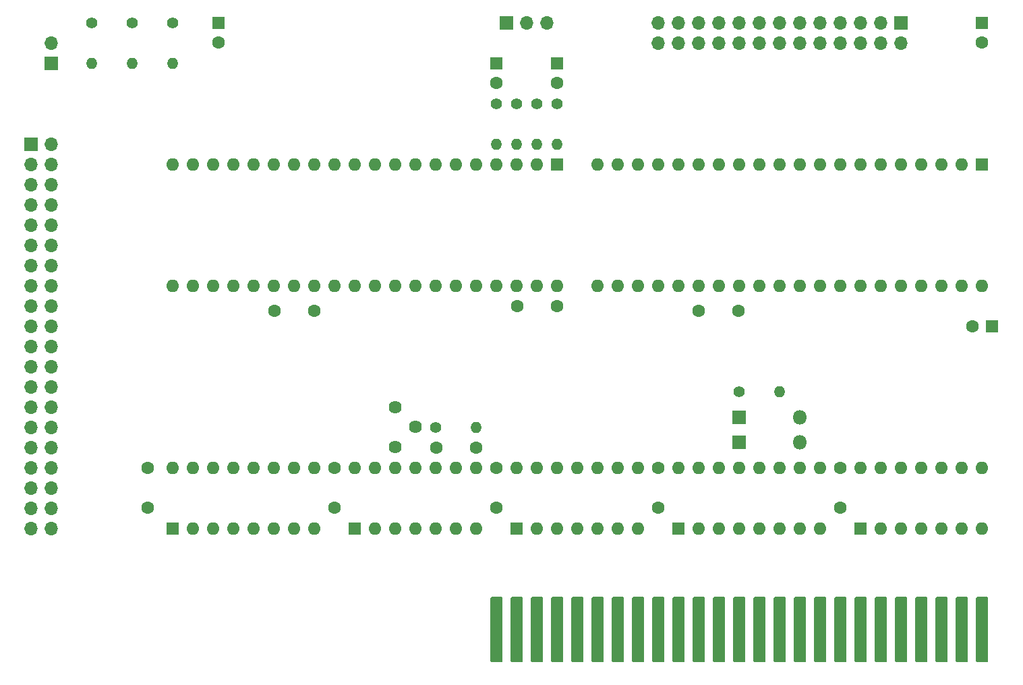
<source format=gbr>
%TF.GenerationSoftware,KiCad,Pcbnew,(5.1.12)-1*%
%TF.CreationDate,2025-05-01T22:50:32-05:00*%
%TF.ProjectId,apple_ay_8255,6170706c-655f-4617-995f-383235352e6b,rev?*%
%TF.SameCoordinates,Original*%
%TF.FileFunction,Soldermask,Bot*%
%TF.FilePolarity,Negative*%
%FSLAX46Y46*%
G04 Gerber Fmt 4.6, Leading zero omitted, Abs format (unit mm)*
G04 Created by KiCad (PCBNEW (5.1.12)-1) date 2025-05-01 22:50:32*
%MOMM*%
%LPD*%
G01*
G04 APERTURE LIST*
%ADD10C,1.600000*%
%ADD11R,1.600000X1.600000*%
%ADD12O,1.400000X1.400000*%
%ADD13C,1.400000*%
%ADD14O,1.700000X1.700000*%
%ADD15R,1.700000X1.700000*%
%ADD16C,1.620000*%
%ADD17O,1.800000X1.800000*%
%ADD18R,1.800000X1.800000*%
%ADD19O,1.600000X1.600000*%
G04 APERTURE END LIST*
D10*
%TO.C,C14*%
X135255000Y-73620000D03*
D11*
X135255000Y-71120000D03*
%TD*%
D10*
%TO.C,C13*%
X231140000Y-73620000D03*
D11*
X231140000Y-71120000D03*
%TD*%
D10*
%TO.C,C12*%
X229910000Y-109220000D03*
D11*
X232410000Y-109220000D03*
%TD*%
D10*
%TO.C,C11*%
X170180000Y-132000000D03*
X170180000Y-127000000D03*
%TD*%
%TO.C,C10*%
X172800000Y-106680000D03*
X177800000Y-106680000D03*
%TD*%
%TO.C,C9*%
X190500000Y-132000000D03*
X190500000Y-127000000D03*
%TD*%
%TO.C,C8*%
X149860000Y-132000000D03*
X149860000Y-127000000D03*
%TD*%
%TO.C,C7*%
X213360000Y-132000000D03*
X213360000Y-127000000D03*
%TD*%
%TO.C,C6*%
X126365000Y-132000000D03*
X126365000Y-127000000D03*
%TD*%
%TO.C,C5*%
X200580000Y-107315000D03*
X195580000Y-107315000D03*
%TD*%
%TO.C,C4*%
X142320000Y-107315000D03*
X147320000Y-107315000D03*
%TD*%
D12*
%TO.C,R9*%
X177800000Y-86360000D03*
D13*
X177800000Y-81280000D03*
%TD*%
D12*
%TO.C,R8*%
X175260000Y-86360000D03*
D13*
X175260000Y-81280000D03*
%TD*%
D12*
%TO.C,R7*%
X172720000Y-86360000D03*
D13*
X172720000Y-81280000D03*
%TD*%
D12*
%TO.C,R6*%
X170180000Y-86360000D03*
D13*
X170180000Y-81280000D03*
%TD*%
D14*
%TO.C,J4*%
X176530000Y-71120000D03*
X173990000Y-71120000D03*
D15*
X171450000Y-71120000D03*
%TD*%
D10*
%TO.C,C3*%
X177800000Y-78700000D03*
D11*
X177800000Y-76200000D03*
%TD*%
D10*
%TO.C,C2*%
X170180000Y-78700000D03*
D11*
X170180000Y-76200000D03*
%TD*%
D10*
%TO.C,C1*%
X162640000Y-124460000D03*
X167640000Y-124460000D03*
%TD*%
%TO.C,J2*%
G36*
G01*
X170916600Y-143320000D02*
X170916600Y-151320000D01*
G75*
G02*
X170815000Y-151421600I-101600J0D01*
G01*
X169545000Y-151421600D01*
G75*
G02*
X169443400Y-151320000I0J101600D01*
G01*
X169443400Y-143320000D01*
G75*
G02*
X169545000Y-143218400I101600J0D01*
G01*
X170815000Y-143218400D01*
G75*
G02*
X170916600Y-143320000I0J-101600D01*
G01*
G37*
G36*
G01*
X173456600Y-143320000D02*
X173456600Y-151320000D01*
G75*
G02*
X173355000Y-151421600I-101600J0D01*
G01*
X172085000Y-151421600D01*
G75*
G02*
X171983400Y-151320000I0J101600D01*
G01*
X171983400Y-143320000D01*
G75*
G02*
X172085000Y-143218400I101600J0D01*
G01*
X173355000Y-143218400D01*
G75*
G02*
X173456600Y-143320000I0J-101600D01*
G01*
G37*
G36*
G01*
X175996600Y-143320000D02*
X175996600Y-151320000D01*
G75*
G02*
X175895000Y-151421600I-101600J0D01*
G01*
X174625000Y-151421600D01*
G75*
G02*
X174523400Y-151320000I0J101600D01*
G01*
X174523400Y-143320000D01*
G75*
G02*
X174625000Y-143218400I101600J0D01*
G01*
X175895000Y-143218400D01*
G75*
G02*
X175996600Y-143320000I0J-101600D01*
G01*
G37*
G36*
G01*
X178536600Y-143320000D02*
X178536600Y-151320000D01*
G75*
G02*
X178435000Y-151421600I-101600J0D01*
G01*
X177165000Y-151421600D01*
G75*
G02*
X177063400Y-151320000I0J101600D01*
G01*
X177063400Y-143320000D01*
G75*
G02*
X177165000Y-143218400I101600J0D01*
G01*
X178435000Y-143218400D01*
G75*
G02*
X178536600Y-143320000I0J-101600D01*
G01*
G37*
G36*
G01*
X181076600Y-143320000D02*
X181076600Y-151320000D01*
G75*
G02*
X180975000Y-151421600I-101600J0D01*
G01*
X179705000Y-151421600D01*
G75*
G02*
X179603400Y-151320000I0J101600D01*
G01*
X179603400Y-143320000D01*
G75*
G02*
X179705000Y-143218400I101600J0D01*
G01*
X180975000Y-143218400D01*
G75*
G02*
X181076600Y-143320000I0J-101600D01*
G01*
G37*
G36*
G01*
X183616600Y-143320000D02*
X183616600Y-151320000D01*
G75*
G02*
X183515000Y-151421600I-101600J0D01*
G01*
X182245000Y-151421600D01*
G75*
G02*
X182143400Y-151320000I0J101600D01*
G01*
X182143400Y-143320000D01*
G75*
G02*
X182245000Y-143218400I101600J0D01*
G01*
X183515000Y-143218400D01*
G75*
G02*
X183616600Y-143320000I0J-101600D01*
G01*
G37*
G36*
G01*
X186156600Y-143320000D02*
X186156600Y-151320000D01*
G75*
G02*
X186055000Y-151421600I-101600J0D01*
G01*
X184785000Y-151421600D01*
G75*
G02*
X184683400Y-151320000I0J101600D01*
G01*
X184683400Y-143320000D01*
G75*
G02*
X184785000Y-143218400I101600J0D01*
G01*
X186055000Y-143218400D01*
G75*
G02*
X186156600Y-143320000I0J-101600D01*
G01*
G37*
G36*
G01*
X188696600Y-143320000D02*
X188696600Y-151320000D01*
G75*
G02*
X188595000Y-151421600I-101600J0D01*
G01*
X187325000Y-151421600D01*
G75*
G02*
X187223400Y-151320000I0J101600D01*
G01*
X187223400Y-143320000D01*
G75*
G02*
X187325000Y-143218400I101600J0D01*
G01*
X188595000Y-143218400D01*
G75*
G02*
X188696600Y-143320000I0J-101600D01*
G01*
G37*
G36*
G01*
X191236600Y-143320000D02*
X191236600Y-151320000D01*
G75*
G02*
X191135000Y-151421600I-101600J0D01*
G01*
X189865000Y-151421600D01*
G75*
G02*
X189763400Y-151320000I0J101600D01*
G01*
X189763400Y-143320000D01*
G75*
G02*
X189865000Y-143218400I101600J0D01*
G01*
X191135000Y-143218400D01*
G75*
G02*
X191236600Y-143320000I0J-101600D01*
G01*
G37*
G36*
G01*
X193776600Y-143320000D02*
X193776600Y-151320000D01*
G75*
G02*
X193675000Y-151421600I-101600J0D01*
G01*
X192405000Y-151421600D01*
G75*
G02*
X192303400Y-151320000I0J101600D01*
G01*
X192303400Y-143320000D01*
G75*
G02*
X192405000Y-143218400I101600J0D01*
G01*
X193675000Y-143218400D01*
G75*
G02*
X193776600Y-143320000I0J-101600D01*
G01*
G37*
G36*
G01*
X196316600Y-143320000D02*
X196316600Y-151320000D01*
G75*
G02*
X196215000Y-151421600I-101600J0D01*
G01*
X194945000Y-151421600D01*
G75*
G02*
X194843400Y-151320000I0J101600D01*
G01*
X194843400Y-143320000D01*
G75*
G02*
X194945000Y-143218400I101600J0D01*
G01*
X196215000Y-143218400D01*
G75*
G02*
X196316600Y-143320000I0J-101600D01*
G01*
G37*
G36*
G01*
X198856600Y-143320000D02*
X198856600Y-151320000D01*
G75*
G02*
X198755000Y-151421600I-101600J0D01*
G01*
X197485000Y-151421600D01*
G75*
G02*
X197383400Y-151320000I0J101600D01*
G01*
X197383400Y-143320000D01*
G75*
G02*
X197485000Y-143218400I101600J0D01*
G01*
X198755000Y-143218400D01*
G75*
G02*
X198856600Y-143320000I0J-101600D01*
G01*
G37*
G36*
G01*
X201396600Y-143320000D02*
X201396600Y-151320000D01*
G75*
G02*
X201295000Y-151421600I-101600J0D01*
G01*
X200025000Y-151421600D01*
G75*
G02*
X199923400Y-151320000I0J101600D01*
G01*
X199923400Y-143320000D01*
G75*
G02*
X200025000Y-143218400I101600J0D01*
G01*
X201295000Y-143218400D01*
G75*
G02*
X201396600Y-143320000I0J-101600D01*
G01*
G37*
G36*
G01*
X203936600Y-143320000D02*
X203936600Y-151320000D01*
G75*
G02*
X203835000Y-151421600I-101600J0D01*
G01*
X202565000Y-151421600D01*
G75*
G02*
X202463400Y-151320000I0J101600D01*
G01*
X202463400Y-143320000D01*
G75*
G02*
X202565000Y-143218400I101600J0D01*
G01*
X203835000Y-143218400D01*
G75*
G02*
X203936600Y-143320000I0J-101600D01*
G01*
G37*
G36*
G01*
X206476600Y-143320000D02*
X206476600Y-151320000D01*
G75*
G02*
X206375000Y-151421600I-101600J0D01*
G01*
X205105000Y-151421600D01*
G75*
G02*
X205003400Y-151320000I0J101600D01*
G01*
X205003400Y-143320000D01*
G75*
G02*
X205105000Y-143218400I101600J0D01*
G01*
X206375000Y-143218400D01*
G75*
G02*
X206476600Y-143320000I0J-101600D01*
G01*
G37*
G36*
G01*
X209016600Y-143320000D02*
X209016600Y-151320000D01*
G75*
G02*
X208915000Y-151421600I-101600J0D01*
G01*
X207645000Y-151421600D01*
G75*
G02*
X207543400Y-151320000I0J101600D01*
G01*
X207543400Y-143320000D01*
G75*
G02*
X207645000Y-143218400I101600J0D01*
G01*
X208915000Y-143218400D01*
G75*
G02*
X209016600Y-143320000I0J-101600D01*
G01*
G37*
G36*
G01*
X211556600Y-143320000D02*
X211556600Y-151320000D01*
G75*
G02*
X211455000Y-151421600I-101600J0D01*
G01*
X210185000Y-151421600D01*
G75*
G02*
X210083400Y-151320000I0J101600D01*
G01*
X210083400Y-143320000D01*
G75*
G02*
X210185000Y-143218400I101600J0D01*
G01*
X211455000Y-143218400D01*
G75*
G02*
X211556600Y-143320000I0J-101600D01*
G01*
G37*
G36*
G01*
X214096600Y-143320000D02*
X214096600Y-151320000D01*
G75*
G02*
X213995000Y-151421600I-101600J0D01*
G01*
X212725000Y-151421600D01*
G75*
G02*
X212623400Y-151320000I0J101600D01*
G01*
X212623400Y-143320000D01*
G75*
G02*
X212725000Y-143218400I101600J0D01*
G01*
X213995000Y-143218400D01*
G75*
G02*
X214096600Y-143320000I0J-101600D01*
G01*
G37*
G36*
G01*
X216636600Y-143320000D02*
X216636600Y-151320000D01*
G75*
G02*
X216535000Y-151421600I-101600J0D01*
G01*
X215265000Y-151421600D01*
G75*
G02*
X215163400Y-151320000I0J101600D01*
G01*
X215163400Y-143320000D01*
G75*
G02*
X215265000Y-143218400I101600J0D01*
G01*
X216535000Y-143218400D01*
G75*
G02*
X216636600Y-143320000I0J-101600D01*
G01*
G37*
G36*
G01*
X219176600Y-143320000D02*
X219176600Y-151320000D01*
G75*
G02*
X219075000Y-151421600I-101600J0D01*
G01*
X217805000Y-151421600D01*
G75*
G02*
X217703400Y-151320000I0J101600D01*
G01*
X217703400Y-143320000D01*
G75*
G02*
X217805000Y-143218400I101600J0D01*
G01*
X219075000Y-143218400D01*
G75*
G02*
X219176600Y-143320000I0J-101600D01*
G01*
G37*
G36*
G01*
X221716600Y-143320000D02*
X221716600Y-151320000D01*
G75*
G02*
X221615000Y-151421600I-101600J0D01*
G01*
X220345000Y-151421600D01*
G75*
G02*
X220243400Y-151320000I0J101600D01*
G01*
X220243400Y-143320000D01*
G75*
G02*
X220345000Y-143218400I101600J0D01*
G01*
X221615000Y-143218400D01*
G75*
G02*
X221716600Y-143320000I0J-101600D01*
G01*
G37*
G36*
G01*
X224256600Y-143320000D02*
X224256600Y-151320000D01*
G75*
G02*
X224155000Y-151421600I-101600J0D01*
G01*
X222885000Y-151421600D01*
G75*
G02*
X222783400Y-151320000I0J101600D01*
G01*
X222783400Y-143320000D01*
G75*
G02*
X222885000Y-143218400I101600J0D01*
G01*
X224155000Y-143218400D01*
G75*
G02*
X224256600Y-143320000I0J-101600D01*
G01*
G37*
G36*
G01*
X226796600Y-143320000D02*
X226796600Y-151320000D01*
G75*
G02*
X226695000Y-151421600I-101600J0D01*
G01*
X225425000Y-151421600D01*
G75*
G02*
X225323400Y-151320000I0J101600D01*
G01*
X225323400Y-143320000D01*
G75*
G02*
X225425000Y-143218400I101600J0D01*
G01*
X226695000Y-143218400D01*
G75*
G02*
X226796600Y-143320000I0J-101600D01*
G01*
G37*
G36*
G01*
X229336600Y-143320000D02*
X229336600Y-151320000D01*
G75*
G02*
X229235000Y-151421600I-101600J0D01*
G01*
X227965000Y-151421600D01*
G75*
G02*
X227863400Y-151320000I0J101600D01*
G01*
X227863400Y-143320000D01*
G75*
G02*
X227965000Y-143218400I101600J0D01*
G01*
X229235000Y-143218400D01*
G75*
G02*
X229336600Y-143320000I0J-101600D01*
G01*
G37*
G36*
G01*
X231876600Y-143320000D02*
X231876600Y-151320000D01*
G75*
G02*
X231775000Y-151421600I-101600J0D01*
G01*
X230505000Y-151421600D01*
G75*
G02*
X230403400Y-151320000I0J101600D01*
G01*
X230403400Y-143320000D01*
G75*
G02*
X230505000Y-143218400I101600J0D01*
G01*
X231775000Y-143218400D01*
G75*
G02*
X231876600Y-143320000I0J-101600D01*
G01*
G37*
%TD*%
D16*
%TO.C,RV1*%
X157480000Y-119380000D03*
X159980000Y-121880000D03*
X157480000Y-124380000D03*
%TD*%
D12*
%TO.C,R5*%
X124460000Y-76200000D03*
D13*
X124460000Y-71120000D03*
%TD*%
D12*
%TO.C,R4*%
X129540000Y-76200000D03*
D13*
X129540000Y-71120000D03*
%TD*%
D12*
%TO.C,R3*%
X205740000Y-117475000D03*
D13*
X200660000Y-117475000D03*
%TD*%
D12*
%TO.C,R2*%
X119380000Y-76200000D03*
D13*
X119380000Y-71120000D03*
%TD*%
D12*
%TO.C,R1*%
X167640000Y-121920000D03*
D13*
X162560000Y-121920000D03*
%TD*%
D14*
%TO.C,J3*%
X114300000Y-134620000D03*
X111760000Y-134620000D03*
X114300000Y-132080000D03*
X111760000Y-132080000D03*
X114300000Y-129540000D03*
X111760000Y-129540000D03*
X114300000Y-127000000D03*
X111760000Y-127000000D03*
X114300000Y-124460000D03*
X111760000Y-124460000D03*
X114300000Y-121920000D03*
X111760000Y-121920000D03*
X114300000Y-119380000D03*
X111760000Y-119380000D03*
X114300000Y-116840000D03*
X111760000Y-116840000D03*
X114300000Y-114300000D03*
X111760000Y-114300000D03*
X114300000Y-111760000D03*
X111760000Y-111760000D03*
X114300000Y-109220000D03*
X111760000Y-109220000D03*
X114300000Y-106680000D03*
X111760000Y-106680000D03*
X114300000Y-104140000D03*
X111760000Y-104140000D03*
X114300000Y-101600000D03*
X111760000Y-101600000D03*
X114300000Y-99060000D03*
X111760000Y-99060000D03*
X114300000Y-96520000D03*
X111760000Y-96520000D03*
X114300000Y-93980000D03*
X111760000Y-93980000D03*
X114300000Y-91440000D03*
X111760000Y-91440000D03*
X114300000Y-88900000D03*
X111760000Y-88900000D03*
X114300000Y-86360000D03*
D15*
X111760000Y-86360000D03*
%TD*%
D14*
%TO.C,D3*%
X114300000Y-73660000D03*
D15*
X114300000Y-76200000D03*
%TD*%
D17*
%TO.C,D2*%
X208280000Y-120650000D03*
D18*
X200660000Y-120650000D03*
%TD*%
D17*
%TO.C,D1*%
X208280000Y-123825000D03*
D18*
X200660000Y-123825000D03*
%TD*%
D19*
%TO.C,U7*%
X177800000Y-104140000D03*
X129540000Y-88900000D03*
X175260000Y-104140000D03*
X132080000Y-88900000D03*
X172720000Y-104140000D03*
X134620000Y-88900000D03*
X170180000Y-104140000D03*
X137160000Y-88900000D03*
X167640000Y-104140000D03*
X139700000Y-88900000D03*
X165100000Y-104140000D03*
X142240000Y-88900000D03*
X162560000Y-104140000D03*
X144780000Y-88900000D03*
X160020000Y-104140000D03*
X147320000Y-88900000D03*
X157480000Y-104140000D03*
X149860000Y-88900000D03*
X154940000Y-104140000D03*
X152400000Y-88900000D03*
X152400000Y-104140000D03*
X154940000Y-88900000D03*
X149860000Y-104140000D03*
X157480000Y-88900000D03*
X147320000Y-104140000D03*
X160020000Y-88900000D03*
X144780000Y-104140000D03*
X162560000Y-88900000D03*
X142240000Y-104140000D03*
X165100000Y-88900000D03*
X139700000Y-104140000D03*
X167640000Y-88900000D03*
X137160000Y-104140000D03*
X170180000Y-88900000D03*
X134620000Y-104140000D03*
X172720000Y-88900000D03*
X132080000Y-104140000D03*
X175260000Y-88900000D03*
X129540000Y-104140000D03*
D11*
X177800000Y-88900000D03*
%TD*%
D19*
%TO.C,U5*%
X129540000Y-127000000D03*
X147320000Y-134620000D03*
X132080000Y-127000000D03*
X144780000Y-134620000D03*
X134620000Y-127000000D03*
X142240000Y-134620000D03*
X137160000Y-127000000D03*
X139700000Y-134620000D03*
X139700000Y-127000000D03*
X137160000Y-134620000D03*
X142240000Y-127000000D03*
X134620000Y-134620000D03*
X144780000Y-127000000D03*
X132080000Y-134620000D03*
X147320000Y-127000000D03*
D11*
X129540000Y-134620000D03*
%TD*%
D19*
%TO.C,U4*%
X193040000Y-127000000D03*
X210820000Y-134620000D03*
X195580000Y-127000000D03*
X208280000Y-134620000D03*
X198120000Y-127000000D03*
X205740000Y-134620000D03*
X200660000Y-127000000D03*
X203200000Y-134620000D03*
X203200000Y-127000000D03*
X200660000Y-134620000D03*
X205740000Y-127000000D03*
X198120000Y-134620000D03*
X208280000Y-127000000D03*
X195580000Y-134620000D03*
X210820000Y-127000000D03*
D11*
X193040000Y-134620000D03*
%TD*%
D19*
%TO.C,U3*%
X215900000Y-127000000D03*
X231140000Y-134620000D03*
X218440000Y-127000000D03*
X228600000Y-134620000D03*
X220980000Y-127000000D03*
X226060000Y-134620000D03*
X223520000Y-127000000D03*
X223520000Y-134620000D03*
X226060000Y-127000000D03*
X220980000Y-134620000D03*
X228600000Y-127000000D03*
X218440000Y-134620000D03*
X231140000Y-127000000D03*
D11*
X215900000Y-134620000D03*
%TD*%
D19*
%TO.C,U2*%
X172720000Y-127000000D03*
X187960000Y-134620000D03*
X175260000Y-127000000D03*
X185420000Y-134620000D03*
X177800000Y-127000000D03*
X182880000Y-134620000D03*
X180340000Y-127000000D03*
X180340000Y-134620000D03*
X182880000Y-127000000D03*
X177800000Y-134620000D03*
X185420000Y-127000000D03*
X175260000Y-134620000D03*
X187960000Y-127000000D03*
D11*
X172720000Y-134620000D03*
%TD*%
D19*
%TO.C,U1*%
X152400000Y-127000000D03*
X167640000Y-134620000D03*
X154940000Y-127000000D03*
X165100000Y-134620000D03*
X157480000Y-127000000D03*
X162560000Y-134620000D03*
X160020000Y-127000000D03*
X160020000Y-134620000D03*
X162560000Y-127000000D03*
X157480000Y-134620000D03*
X165100000Y-127000000D03*
X154940000Y-134620000D03*
X167640000Y-127000000D03*
D11*
X152400000Y-134620000D03*
%TD*%
D14*
%TO.C,J1*%
X190500000Y-73660000D03*
X190500000Y-71120000D03*
X193040000Y-73660000D03*
X193040000Y-71120000D03*
X195580000Y-73660000D03*
X195580000Y-71120000D03*
X198120000Y-73660000D03*
X198120000Y-71120000D03*
X200660000Y-73660000D03*
X200660000Y-71120000D03*
X203200000Y-73660000D03*
X203200000Y-71120000D03*
X205740000Y-73660000D03*
X205740000Y-71120000D03*
X208280000Y-73660000D03*
X208280000Y-71120000D03*
X210820000Y-73660000D03*
X210820000Y-71120000D03*
X213360000Y-73660000D03*
X213360000Y-71120000D03*
X215900000Y-73660000D03*
X215900000Y-71120000D03*
X218440000Y-73660000D03*
X218440000Y-71120000D03*
X220980000Y-73660000D03*
D15*
X220980000Y-71120000D03*
%TD*%
D19*
%TO.C,U6*%
X231140000Y-104140000D03*
X182880000Y-88900000D03*
X228600000Y-104140000D03*
X185420000Y-88900000D03*
X226060000Y-104140000D03*
X187960000Y-88900000D03*
X223520000Y-104140000D03*
X190500000Y-88900000D03*
X220980000Y-104140000D03*
X193040000Y-88900000D03*
X218440000Y-104140000D03*
X195580000Y-88900000D03*
X215900000Y-104140000D03*
X198120000Y-88900000D03*
X213360000Y-104140000D03*
X200660000Y-88900000D03*
X210820000Y-104140000D03*
X203200000Y-88900000D03*
X208280000Y-104140000D03*
X205740000Y-88900000D03*
X205740000Y-104140000D03*
X208280000Y-88900000D03*
X203200000Y-104140000D03*
X210820000Y-88900000D03*
X200660000Y-104140000D03*
X213360000Y-88900000D03*
X198120000Y-104140000D03*
X215900000Y-88900000D03*
X195580000Y-104140000D03*
X218440000Y-88900000D03*
X193040000Y-104140000D03*
X220980000Y-88900000D03*
X190500000Y-104140000D03*
X223520000Y-88900000D03*
X187960000Y-104140000D03*
X226060000Y-88900000D03*
X185420000Y-104140000D03*
X228600000Y-88900000D03*
X182880000Y-104140000D03*
D11*
X231140000Y-88900000D03*
%TD*%
M02*

</source>
